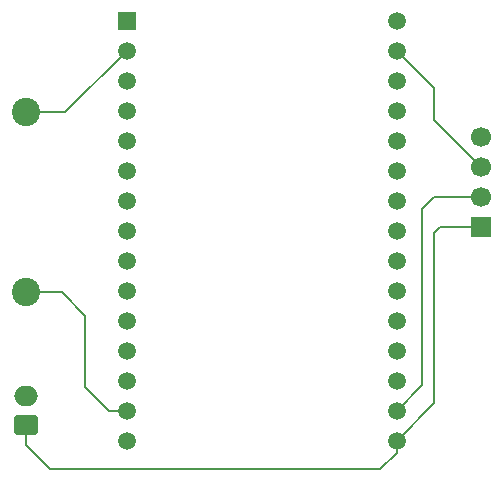
<source format=gbr>
%TF.GenerationSoftware,KiCad,Pcbnew,9.0.7*%
%TF.CreationDate,2026-01-15T22:57:21-07:00*%
%TF.ProjectId,TankMonitoor,54616e6b-4d6f-46e6-9974-6f6f722e6b69,rev?*%
%TF.SameCoordinates,Original*%
%TF.FileFunction,Copper,L1,Top*%
%TF.FilePolarity,Positive*%
%FSLAX46Y46*%
G04 Gerber Fmt 4.6, Leading zero omitted, Abs format (unit mm)*
G04 Created by KiCad (PCBNEW 9.0.7) date 2026-01-15 22:57:21*
%MOMM*%
%LPD*%
G01*
G04 APERTURE LIST*
G04 Aperture macros list*
%AMRoundRect*
0 Rectangle with rounded corners*
0 $1 Rounding radius*
0 $2 $3 $4 $5 $6 $7 $8 $9 X,Y pos of 4 corners*
0 Add a 4 corners polygon primitive as box body*
4,1,4,$2,$3,$4,$5,$6,$7,$8,$9,$2,$3,0*
0 Add four circle primitives for the rounded corners*
1,1,$1+$1,$2,$3*
1,1,$1+$1,$4,$5*
1,1,$1+$1,$6,$7*
1,1,$1+$1,$8,$9*
0 Add four rect primitives between the rounded corners*
20,1,$1+$1,$2,$3,$4,$5,0*
20,1,$1+$1,$4,$5,$6,$7,0*
20,1,$1+$1,$6,$7,$8,$9,0*
20,1,$1+$1,$8,$9,$2,$3,0*%
G04 Aperture macros list end*
%TA.AperFunction,ComponentPad*%
%ADD10R,1.700000X1.700000*%
%TD*%
%TA.AperFunction,ComponentPad*%
%ADD11C,1.700000*%
%TD*%
%TA.AperFunction,ComponentPad*%
%ADD12C,2.400000*%
%TD*%
%TA.AperFunction,ComponentPad*%
%ADD13R,1.500000X1.500000*%
%TD*%
%TA.AperFunction,ComponentPad*%
%ADD14C,1.500000*%
%TD*%
%TA.AperFunction,ComponentPad*%
%ADD15RoundRect,0.250000X0.750000X-0.600000X0.750000X0.600000X-0.750000X0.600000X-0.750000X-0.600000X0*%
%TD*%
%TA.AperFunction,ComponentPad*%
%ADD16O,2.000000X1.700000*%
%TD*%
%TA.AperFunction,Conductor*%
%ADD17C,0.200000*%
%TD*%
G04 APERTURE END LIST*
D10*
%TO.P,REF\u002A\u002A,1*%
%TO.N,N/C*%
X127000000Y-68000000D03*
D11*
%TO.P,REF\u002A\u002A,2*%
X127000000Y-65460000D03*
%TO.P,REF\u002A\u002A,3*%
X127000000Y-62920000D03*
%TO.P,REF\u002A\u002A,4*%
X127000000Y-60380000D03*
%TD*%
D12*
%TO.P,REF\u002A\u002A,2*%
%TO.N,N/C*%
X88500000Y-58260000D03*
%TO.P,REF\u002A\u002A,1*%
X88500000Y-73500000D03*
%TD*%
D13*
%TO.P,REF\u002A\u002A,1*%
%TO.N,N/C*%
X97000000Y-50500000D03*
D14*
%TO.P,REF\u002A\u002A,2*%
X97000000Y-53040000D03*
%TO.P,REF\u002A\u002A,3*%
X97000000Y-55580000D03*
%TO.P,REF\u002A\u002A,4*%
X97000000Y-58120000D03*
%TO.P,REF\u002A\u002A,5*%
X97000000Y-60660000D03*
%TO.P,REF\u002A\u002A,6*%
X97000000Y-63200000D03*
%TO.P,REF\u002A\u002A,7*%
X97000000Y-65740000D03*
%TO.P,REF\u002A\u002A,8*%
X97000000Y-68280000D03*
%TO.P,REF\u002A\u002A,9*%
X97000000Y-70820000D03*
%TO.P,REF\u002A\u002A,10*%
X97000000Y-73360000D03*
%TO.P,REF\u002A\u002A,11*%
X97000000Y-75900000D03*
%TO.P,REF\u002A\u002A,12*%
X97000000Y-78440000D03*
%TO.P,REF\u002A\u002A,13*%
X97000000Y-80980000D03*
%TO.P,REF\u002A\u002A,14*%
X97000000Y-83520000D03*
%TO.P,REF\u002A\u002A,15*%
X97000000Y-86060000D03*
%TO.P,REF\u002A\u002A,16*%
X119860000Y-86060000D03*
%TO.P,REF\u002A\u002A,17*%
X119860000Y-83520000D03*
%TO.P,REF\u002A\u002A,18*%
X119860000Y-80980000D03*
%TO.P,REF\u002A\u002A,19*%
X119860000Y-78440000D03*
%TO.P,REF\u002A\u002A,20*%
X119860000Y-75900000D03*
%TO.P,REF\u002A\u002A,21*%
X119860000Y-73360000D03*
%TO.P,REF\u002A\u002A,22*%
X119860000Y-70820000D03*
%TO.P,REF\u002A\u002A,23*%
X119860000Y-68280000D03*
%TO.P,REF\u002A\u002A,24*%
X119860000Y-65740000D03*
%TO.P,REF\u002A\u002A,25*%
X119860000Y-63200000D03*
%TO.P,REF\u002A\u002A,26*%
X119860000Y-60660000D03*
%TO.P,REF\u002A\u002A,27*%
X119860000Y-58120000D03*
%TO.P,REF\u002A\u002A,28*%
X119860000Y-55580000D03*
%TO.P,REF\u002A\u002A,29*%
X119860000Y-53040000D03*
%TO.P,REF\u002A\u002A,30*%
X119860000Y-50500000D03*
%TD*%
D15*
%TO.P,REF\u002A\u002A,1*%
%TO.N,N/C*%
X88475000Y-84750000D03*
D16*
%TO.P,REF\u002A\u002A,2*%
X88475000Y-82250000D03*
%TD*%
D17*
%TO.N,*%
X123000000Y-58920000D02*
X123000000Y-56180000D01*
X127000000Y-62920000D02*
X123000000Y-58920000D01*
X123000000Y-56180000D02*
X119860000Y-53040000D01*
X123000000Y-82920000D02*
X119860000Y-86060000D01*
X123000000Y-68500000D02*
X123000000Y-82920000D01*
X123500000Y-68000000D02*
X123000000Y-68500000D01*
X127000000Y-68000000D02*
X123500000Y-68000000D01*
X122000000Y-81380000D02*
X119860000Y-83520000D01*
X122000000Y-66500000D02*
X122000000Y-81380000D01*
X123040000Y-65460000D02*
X122000000Y-66500000D01*
X127000000Y-65460000D02*
X123040000Y-65460000D01*
X120140000Y-60380000D02*
X119860000Y-60660000D01*
X118500000Y-88500000D02*
X119860000Y-87140000D01*
X90500000Y-88500000D02*
X118500000Y-88500000D01*
X88475000Y-86475000D02*
X90500000Y-88500000D01*
X88475000Y-84750000D02*
X88475000Y-86475000D01*
X119860000Y-87140000D02*
X119860000Y-86060000D01*
X93500000Y-75500000D02*
X93500000Y-81500000D01*
X91500000Y-73500000D02*
X93500000Y-75500000D01*
X95520000Y-83520000D02*
X97000000Y-83520000D01*
X88500000Y-73500000D02*
X91500000Y-73500000D01*
X93500000Y-81500000D02*
X95520000Y-83520000D01*
X91780000Y-58260000D02*
X97000000Y-53040000D01*
X88500000Y-58260000D02*
X91780000Y-58260000D01*
%TD*%
M02*

</source>
